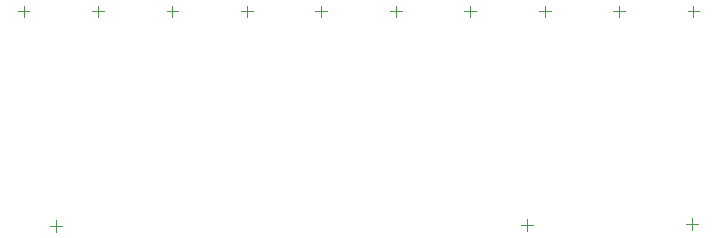
<source format=gbr>
G04*
G04 #@! TF.GenerationSoftware,Altium Limited,Altium Designer,24.1.2 (44)*
G04*
G04 Layer_Color=0*
%FSLAX44Y44*%
%MOMM*%
G71*
G04*
G04 #@! TF.SameCoordinates,BD343A0D-4BD6-4D64-9A7B-49F0AB29FDDA*
G04*
G04*
G04 #@! TF.FilePolarity,Positive*
G04*
G01*
G75*
%ADD36C,0.1000*%
D36*
X612982Y77470D02*
X622982D01*
X617982Y72470D02*
Y82470D01*
X73994Y76096D02*
X83994D01*
X78994Y71096D02*
Y81096D01*
X613998Y257556D02*
X623998D01*
X618998Y252556D02*
Y262556D01*
X550978Y257556D02*
X560978D01*
X555978Y252556D02*
Y262556D01*
X487957Y257556D02*
X497957D01*
X492958Y252556D02*
Y262556D01*
X424937Y257556D02*
X434937D01*
X429937Y252556D02*
Y262556D01*
X361917Y257556D02*
X371917D01*
X366917Y252556D02*
Y262556D01*
X478028Y71962D02*
Y81962D01*
X473028Y76962D02*
X483028D01*
X298897Y257556D02*
X308897D01*
X303897Y252556D02*
Y262556D01*
X235877Y257556D02*
X245877D01*
X240877Y252556D02*
Y262556D01*
X172857Y257556D02*
X182857D01*
X177856Y252556D02*
Y262556D01*
X109836Y257556D02*
X119836D01*
X114836Y252556D02*
Y262556D01*
X46816Y257556D02*
X56816D01*
X51816Y252556D02*
Y262556D01*
M02*

</source>
